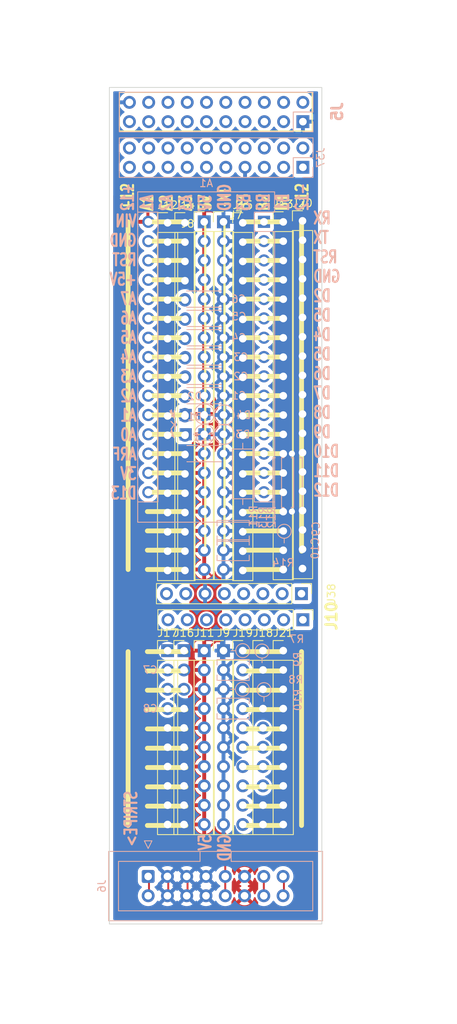
<source format=kicad_pcb>
(kicad_pcb (version 20211014) (generator pcbnew)
  (title_block (title "SYNTH-MIXER6-01") (date "2022-09-30") (rev "1") (company "LAND BOARDS, LLC"))
  (layers (0 "F.Cu" signal) (31 "B.Cu" signal) (34 "B.Paste" user) (35 "F.Paste" user) (36 "B.SilkS" user "B.Silkscreen") (37 "F.SilkS" user "F.Silkscreen") (38 "B.Mask" user) (39 "F.Mask" user) (44 "Edge.Cuts" user))
  (net 0 "")
  (net 2 "/POT6-2")
  (net 5 "/POT4-2")
  (net 7 "/POT2-1")
  (net 8 "/POT2-2")
  (net 9 "/POT2-3")
  (net 10 "/POT5-1")
  (net 11 "/POT5-2")
  (net 12 "/POT5-3")
  (net 14 "/POT3-2")
  (net 16 "+12V")
  (net 17 "+5V")
  (net 18 "/CV")
  (net 19 "/GATE")
  (net 20 "-12V")
  (net 22 "/POT1-2")
  (net 26 "/J4-T")
  (net 27 "/J2-T")
  (net 28 "/J3-T")
  (net 29 "GND")
  (net 31 "/J1-T")
  (net 35 "+5VD")
  (net 48 "/ANA6")
  (net 49 "/ANA7")
  (net 50 "/ANA0")
  (net 51 "/ANA1")
  (net 52 "/ANA2")
  (net 53 "/ANA3")
  (net 54 "/ANA4")
  (net 55 "/ANA5")
  (net 56 "Net-(C9-Pad1)")
  (net 57 "/D9")
  (net 58 "/D10")
  (net 204 "/J2-S_X")
  (net 205 "/J4-T_X")
  (net 206 "/J2-T_X")
  (net 207 "/J3-T_X")
  (net 208 "/J1-T_X")
  (net 209 "/LGND")
  (net 210 "/L5V")
  (net 211 "/AREF")
  (footprint "Connector_PinHeader_2.54mm:PinHeader_1x19_P2.54mm_Vertical" (layer "F.Cu") (at 123.952 26.543)
    (fp_text reference "J20")
    (fp_text value "Conn_01x19")
  )
  (footprint "Connector_PinHeader_2.54mm:PinHeader_1x10_P2.54mm_Vertical" (layer "F.Cu") (at 116.078 83.058)
    (fp_text reference "J19")
    (fp_text value "Conn_01x10")
  )
  (footprint "Connector_PinHeader_2.54mm:PinHeader_1x10_P2.54mm_Vertical" (layer "F.Cu") (at 110.998 83.058)
    (fp_text reference "J11")
    (fp_text value "Conn_01x10")
  )
  (footprint "Connector_PinHeader_2.54mm:PinHeader_1x10_P2.54mm_Vertical" (layer "F.Cu") (at 108.331 83.058)
    (fp_text reference "J16")
    (fp_text value "Conn_01x10")
  )
  (footprint "Connector_PinHeader_2.54mm:PinHeader_1x19_P2.54mm_Vertical" (layer "F.Cu") (at 106.172 26.797)
    (fp_text reference "J12")
    (fp_text value "Conn_01x19")
  )
  (footprint "Connector_PinHeader_2.54mm:PinHeader_1x19_P2.54mm_Vertical" (layer "F.Cu") (at 121.412 26.680008)
    (fp_text reference "J13")
    (fp_text value "Conn_01x19")
  )
  (footprint "Connector_PinHeader_2.54mm:PinHeader_1x19_P2.54mm_Vertical" (layer "F.Cu") (at 110.998 26.67)
    (fp_text reference "J8")
    (fp_text value "Conn_01x19")
  )
  (footprint "Connector_PinHeader_2.54mm:PinHeader_1x19_P2.54mm_Vertical" (layer "F.Cu") (at 108.458 26.797)
    (fp_text reference "J14")
    (fp_text value "Conn_01x19")
  )
  (footprint "Connector_PinHeader_2.54mm:PinHeader_1x08_P2.54mm_Vertical" (layer "F.Cu") (at 123.81 75.565 -90)
    (fp_text reference "J38")
    (fp_text value "PROTO01_JACKS")
  )
  (footprint "Connector_PinHeader_2.54mm:PinHeader_1x19_P2.54mm_Vertical" (layer "F.Cu") (at 113.538 26.67)
    (fp_text reference "J7")
    (fp_text value "Conn_01x19")
  )
  (footprint "Connector_PinHeader_2.54mm:PinHeader_1x10_P2.54mm_Vertical" (layer "F.Cu") (at 121.412 83.058)
    (fp_text reference "J21")
    (fp_text value "Conn_01x10")
  )
  (footprint "Connector_PinHeader_2.54mm:PinHeader_1x08_P2.54mm_Vertical" (layer "F.Cu") (at 124 79 -90)
    (fp_text reference "J10")
    (fp_text value "Conn_01x08")
  )
  (footprint "Connector_PinHeader_2.54mm:PinHeader_1x10_P2.54mm_Vertical" (layer "F.Cu") (at 113.538 83.058)
    (fp_text reference "J9")
    (fp_text value "Conn_01x10")
  )
  (footprint "Connector_PinHeader_2.54mm:PinHeader_1x19_P2.54mm_Vertical" (layer "F.Cu") (at 116.078 26.797)
    (fp_text reference "J15")
    (fp_text value "Conn_01x19")
  )
  (footprint "Connector_PinHeader_2.54mm:PinHeader_1x10_P2.54mm_Vertical" (layer "F.Cu") (at 118.745 83.058)
    (fp_text reference "J18")
    (fp_text value "Conn_01x10")
  )
  (footprint "Connector_PinHeader_2.54mm:PinHeader_1x10_P2.54mm_Vertical" (layer "F.Cu") (at 106.172 83.058)
    (fp_text reference "J17")
    (fp_text value "Conn_01x10")
  )
  (footprint "Capacitor_THT:C_Rect_L4.0mm_W2.5mm_P2.50mm" (layer "B.Cu") (at 116.05801 69.85 180)
    (fp_text reference "C10")
    (fp_text value "10nF")
  )
  (footprint "Resistor_THT:R_Axial_DIN0204_L3.6mm_D1.6mm_P2.54mm_Vertical" (layer "B.Cu") (at 116.078 83.058 180)
    (fp_text reference "R7")
    (fp_text value "100K")
  )
  (footprint "Connector_PinHeader_2.54mm:PinHeader_2x10_P2.54mm_Vertical" (layer "B.Cu") (at 124 19.5 90)
    (fp_text reference "J37")
    (fp_text value "PROTO01_POTS")
  )
  (footprint "Capacitor_THT:C_Rect_L4.0mm_W2.5mm_P2.50mm" (layer "B.Cu") (at 116.05801 85.598 180)
    (fp_text reference "C7")
    (fp_text value "0.1uF")
  )
  (footprint "Diode_THT:D_DO-35_SOD27_P2.54mm_Vertical_AnodeUp" (layer "B.Cu") (at 111.026686 54.61 180)
    (fp_text reference "D1")
    (fp_text value "BAT41")
  )
  (footprint "Module:Arduino_Nano" (layer "B.Cu") (at 118.872 26.67 180)
    (fp_text reference "A1")
    (fp_text value "Arduino_Nano_v3.x")
  )
  (footprint "Resistor_THT:R_Axial_DIN0207_L6.3mm_D2.5mm_P10.16mm_Horizontal" (layer "B.Cu") (at 116.078 54.737 -90)
    (fp_text reference "R11")
    (fp_text value "3.9K")
  )
  (footprint "Connector_PinHeader_2.54mm:PinHeader_2x10_P2.54mm_Vertical" (layer "B.Cu") (at 124.000006 13.500001 90)
    (fp_text reference "J5")
    (fp_text value "HEADER, 2X10")
  )
  (footprint "Resistor_THT:R_Axial_DIN0204_L3.6mm_D1.6mm_P2.54mm_Vertical" (layer "B.Cu") (at 118.872 88.188013 -90)
    (fp_text reference "R10")
    (fp_text value "10K")
  )
  (footprint "Diode_THT:D_DO-35_SOD27_P5.08mm_Vertical_KathodeUp" (layer "B.Cu") (at 108.556315 52.07)
    (fp_text reference "D4")
    (fp_text value "BAT41")
  )
  (footprint "Diode_THT:D_DO-35_SOD27_P5.08mm_Vertical_KathodeUp" (layer "B.Cu") (at 108.556315 54.61)
    (fp_text reference "D3")
    (fp_text value "BAT41")
  )
  (footprint "Connector_IDC:IDC-Header_2x08_P2.54mm_Vertical" (layer "B.Cu") (at 103.61 112.7475 -90)
    (fp_text reference "J6")
    (fp_text value "HEADER, 2X8")
  )
  (footprint "Resistor_THT:R_Axial_DIN0204_L3.6mm_D1.6mm_P2.54mm_Vertical" (layer "B.Cu") (at 116.028 88.138 180)
    (fp_text reference "R8")
    (fp_text value "100K")
  )
  (footprint "Capacitor_THT:C_Rect_L4.0mm_W2.5mm_P2.50mm" (layer "B.Cu") (at 116.058 67.31 180)
    (fp_text reference "C9")
    (fp_text value "4.7nF")
  )
  (footprint "Resistor_THT:R_Axial_DIN0204_L3.6mm_D1.6mm_P2.54mm_Vertical" (layer "B.Cu") (at 118.618 83.108 -90)
    (fp_text reference "R9")
    (fp_text value "10K")
  )
  (footprint "Capacitor_THT:C_Rect_L4.0mm_W2.5mm_P2.50mm" (layer "B.Cu") (at 116.05801 90.678 180)
    (fp_text reference "C8")
    (fp_text value "0.1uF")
  )
  (footprint "Capacitor_THT:C_Disc_D4.3mm_W1.9mm_P5.00mm" (layer "B.Cu") (at 108.498 44.45)
    (fp_text reference "C3")
    (fp_text value "0.1uF")
  )
  (footprint "Capacitor_THT:C_Disc_D4.3mm_W1.9mm_P5.00mm" (layer "B.Cu") (at 108.498 39.37)
    (fp_text reference "C5")
    (fp_text value "0.1uF")
  )
  (footprint "Resistor_THT:R_Axial_DIN0207_L6.3mm_D2.5mm_P7.62mm_Horizontal" (layer "B.Cu") (at 122.555 57.15 -90)
    (fp_text reference "R13")
    (fp_text value "1M")
  )
  (footprint "Capacitor_THT:C_Disc_D4.3mm_W1.9mm_P5.00mm" (layer "B.Cu") (at 108.498 41.91)
    (fp_text reference "C4")
    (fp_text value "0.1uF")
  )
  (footprint "Capacitor_THT:C_Disc_D4.3mm_W1.9mm_P5.00mm" (layer "B.Cu") (at 108.458 36.83)
    (fp_text reference "C6")
    (fp_text value "0.1uF")
  )
  (footprint "Capacitor_THT:C_Disc_D4.3mm_W1.9mm_P5.00mm" (layer "B.Cu") (at 108.498 49.53)
    (fp_text reference "C1")
    (fp_text value "0.1uF")
  )
  (footprint "Capacitor_THT:C_Disc_D4.3mm_W1.9mm_P5.00mm" (layer "B.Cu") (at 113.498 57.15 180)
    (fp_text reference "C11")
    (fp_text value "0.1uF")
  )
  (footprint "Resistor_THT:R_Axial_DIN0207_L6.3mm_D2.5mm_P7.62mm_Horizontal" (layer "B.Cu") (at 121.412 57.15 -90)
    (fp_text reference "R12")
    (fp_text value "1M")
  )
  (footprint "Capacitor_THT:C_Disc_D4.3mm_W1.9mm_P5.00mm" (layer "B.Cu") (at 108.498 46.99)
    (fp_text reference "C2")
    (fp_text value "0.1uF")
  )
  (footprint "Diode_THT:D_DO-35_SOD27_P2.54mm_Vertical_AnodeUp" (layer "B.Cu") (at 110.998 51.943 180)
    (fp_text reference "D2")
    (fp_text value "BAT41")
  )
  (footprint "Resistor_THT:R_Axial_DIN0204_L3.6mm_D1.6mm_P2.54mm_Vertical" (layer "B.Cu") (at 121.539 67.36 -90)
    (fp_text reference "R14")
    (fp_text value "3.9K")
  )
  (gr_line (start 103.505 72.39) (end 108.585 72.39) (layer "F.SilkS") (width 0.635))
  (gr_line (start 116.332 57.15) (end 121.412 57.15) (layer "F.SilkS") (width 0.635))
  (gr_line (start 103.505 54.61) (end 108.585 54.61) (layer "F.SilkS") (width 0.635))
  (gr_line (start 113.665 26.543) (end 113.665 69.85) (layer "F.SilkS") (width 0.3048))
  (gr_line (start 103.505 26.67) (end 108.585 26.67) (layer "F.SilkS") (width 0.635))
  (gr_line (start 116.205 26.67) (end 121.285 26.67) (layer "F.SilkS") (width 0.635))
  (gr_line (start 116.205 98.425) (end 121.285 98.425) (layer "F.SilkS") (width 0.635))
  (gr_line (start 116.205 72.39) (end 121.285 72.39) (layer "F.SilkS") (width 0.635))
  (gr_line (start 123.825 26.67) (end 123.825 69.977) (layer "F.SilkS") (width 0.635))
  (gr_line (start 103.505 100.965) (end 108.585 100.965) (layer "F.SilkS") (width 0.635))
  (gr_line (start 103.505 90.805) (end 108.585 90.805) (layer "F.SilkS") (width 0.635))
  (gr_line (start 116.332 52.07) (end 121.412 52.07) (layer "F.SilkS") (width 0.635))
  (gr_line (start 116.205 64.77) (end 121.285 64.77) (layer "F.SilkS") (width 0.635))
  (gr_line (start 103.505 57.15) (end 108.585 57.15) (layer "F.SilkS") (width 0.635))
  (gr_line (start 116.205 62.23) (end 121.285 62.23) (layer "F.SilkS") (width 0.635))
  (gr_line (start 116.332 41.91) (end 121.412 41.91) (layer "F.SilkS") (width 0.635))
  (gr_line (start 116.205 59.69) (end 121.285 59.69) (layer "F.SilkS") (width 0.635))
  (gr_line (start 103.505 34.29) (end 108.585 34.29) (layer "F.SilkS") (width 0.635))
  (gr_rect (start 99.822 9.652) (end 125.222 14.732) (layer "F.SilkS") (width 0.15) (fill none))
  (gr_line (start 103.505 93.345) (end 108.585 93.345) (layer "F.SilkS") (width 0.635))
  (gr_line (start 103.505 46.99) (end 108.585 46.99) (layer "F.SilkS") (width 0.635))
  (gr_line (start 116.332 39.37) (end 121.412 39.37) (layer "F.SilkS") (width 0.635))
  (gr_line (start 103.505 36.83) (end 108.585 36.83) (layer "F.SilkS") (width 0.635))
  (gr_line (start 103.505 95.885) (end 108.585 95.885) (layer "F.SilkS") (width 0.635))
  (gr_line (start 103.505 88.265) (end 108.585 88.265) (layer "F.SilkS") (width 0.635))
  (gr_line (start 116.205 31.75) (end 121.285 31.75) (layer "F.SilkS") (width 0.635))
  (gr_line (start 116.332 34.29) (end 121.412 34.29) (layer "F.SilkS") (width 0.635))
  (gr_line (start 116.205 29.21) (end 121.285 29.21) (layer "F.SilkS") (width 0.635))
  (gr_line (start 116.332 44.45) (end 121.412 44.45) (layer "F.SilkS") (width 0.635))
  (gr_line (start 116.205 67.31) (end 121.285 67.31) (layer "F.SilkS") (width 0.635))
  (gr_line (start 103.505 69.85) (end 108.585 69.85) (layer "F.SilkS") (width 0.635))
  (gr_line (start 103.505 106.045) (end 108.585 106.045) (layer "F.SilkS") (width 0.635))
  (gr_line (start 103.505 49.53) (end 108.585 49.53) (layer "F.SilkS") (width 0.635))
  (gr_line (start 103.505 83.185) (end 108.585 83.185) (layer "F.SilkS") (width 0.635))
  (gr_line (start 116.205 69.85) (end 121.285 69.85) (layer "F.SilkS") (width 0.635))
  (gr_line (start 116.332 46.99) (end 121.412 46.99) (layer "F.SilkS") (width 0.635))
  (gr_line (start 103.505 41.91) (end 108.585 41.91) (layer "F.SilkS") (width 0.635))
  (gr_line (start 116.205 85.725) (end 121.285 85.725) (layer "F.SilkS") (width 0.635))
  (gr_line (start 103.505 39.37) (end 108.585 39.37) (layer "F.SilkS") (width 0.635))
  (gr_line (start 116.205 100.965) (end 121.285 100.965) (layer "F.SilkS") (width 0.635))
  (gr_line (start 116.205 88.265) (end 121.285 88.265) (layer "F.SilkS") (width 0.635))
  (gr_line (start 116.205 93.345) (end 121.285 93.345) (layer "F.SilkS") (width 0.635))
  (gr_line (start 103.505 62.23) (end 108.585 62.23) (layer "F.SilkS") (width 0.635))
  (gr_line (start 103.505 64.77) (end 108.585 64.77) (layer "F.SilkS") (width 0.635))
  (gr_line (start 116.205 90.805) (end 121.285 90.805) (layer "F.SilkS") (width 0.635))
  (gr_line (start 103.505 52.07) (end 108.585 52.07) (layer "F.SilkS") (width 0.635))
  (gr_line (start 116.332 36.83) (end 121.412 36.83) (layer "F.SilkS") (width 0.635))
  (gr_line (start 103.505 29.21) (end 108.585 29.21) (layer "F.SilkS") (width 0.635))
  (gr_line (start 116.205 106.045) (end 121.285 106.045) (layer "F.SilkS") (width 0.635))
  (gr_line (start 123.825 83.185) (end 123.825 106.045) (layer "F.SilkS") (width 0.635))
  (gr_line (start 116.205 103.505) (end 121.285 103.505) (layer "F.SilkS") (width 0.635))
  (gr_line (start 103.505 31.75) (end 108.585 31.75) (layer "F.SilkS") (width 0.635))
  (gr_line (start 111.125 26.543) (end 111.125 69.85) (layer "F.SilkS") (width 0.3048))
  (gr_line (start 116.332 54.61) (end 121.412 54.61) (layer "F.SilkS") (width 0.635))
  (gr_line (start 103.505 59.69) (end 108.585 59.69) (layer "F.SilkS") (width 0.635))
  (gr_line (start 100.965 26.67) (end 100.97 72.39) (layer "F.SilkS") (width 0.635))
  (gr_line (start 100.965 83.185) (end 100.965 106.045) (layer "F.SilkS") (width 0.635))
  (gr_line (start 103.505 85.725) (end 108.585 85.725) (layer "F.SilkS") (width 0.635))
  (gr_line (start 116.332 49.53) (end 121.412 49.53) (layer "F.SilkS") (width 0.635))
  (gr_line (start 116.205 83.185) (end 121.285 83.185) (layer "F.SilkS") (width 0.635))
  (gr_line (start 103.505 44.45) (end 108.585 44.45) (layer "F.SilkS") (width 0.635))
  (gr_line (start 116.205 95.885) (end 121.285 95.885) (layer "F.SilkS") (width 0.635))
  (gr_line (start 103.505 103.505) (end 108.585 103.505) (layer "F.SilkS") (width 0.635))
  (gr_line (start 103.505 98.425) (end 108.585 98.425) (layer "F.SilkS") (width 0.635))
  (gr_line (start 103.505 67.31) (end 108.585 67.31) (layer "F.SilkS") (width 0.635))
  (gr_rect (start 98.5 9.000004) (end 126.5 119.000004) (layer "Edge.Cuts") (width 0.1) (fill none))
  (gr_text "STRIPE>" (at 101.346 108.966 90) (layer "B.SilkS") (effects (font (size 1.5875 1.143) (thickness 0.28575)) (justify right mirror)))
  (gr_text "+12\nA1\nA2\nA3\n5V\nGND\nB3\nB2\nB1\n-12" (at 112.395 25.4 90) (layer "B.SilkS") (effects (font (size 1.5875 1.143) (thickness 0.28575)) (justify right mirror)))
  (gr_text "VIN\nGND\nRST\n+5V\nA7\nA6\nA5\nA4\nA3\nA2\nA1\nA0\nARF\n3V\nD13" (at 102.232 44.45) (layer "B.SilkS") (effects (font (size 1.5875 1.143) (thickness 0.28575)) (justify left mirror)))
  (gr_text "RX\nTX\nRST\nGND\nD2\nD5\nD4\nD5\nD6\nD7\nD8\nD9\nD10\nD11\nD12" (at 125.222 44.069) (layer "B.SilkS") (effects (font (size 1.5875 1.143) (thickness 0.28575)) (justify right mirror)))
  (gr_text "5V\nGND" (at 112.395 107.061 90) (layer "B.SilkS") (effects (font (size 1.5875 1.143) (thickness 0.28575)) (justify left mirror)))
  (gr_text "+12\nA1\nA2\nA3\n5V\nGND\nB3\nB2\nB1\n-12" (at 112.395 25.4 90) (layer "F.SilkS") (effects (font (size 1.5875 1.143) (thickness 0.28575)) (justify left)))
  (segment (start 113.599989 109.000011) (end 113.6 109.000022) (width 1.27) (layer "F.Cu") (net 16))
  (segment (start 113.77 112.7475) (end 113.77 110.77) (width 0.254) (layer "F.Cu") (net 16))
  (segment (start 113.6 109.000022) (end 113.6 110.6) (width 1.27) (layer "F.Cu") (net 16))
  (segment (start 113.77 110.77) (end 113.6 110.6) (width 0.254) (layer "F.Cu") (net 16))
  (segment (start 101.999999 109.000011) (end 113.599989 109.000011) (width 1.27) (layer "F.Cu") (net 16))
  (segment (start 113.77 115.2875) (end 113.77 112.7475) (width 0.254) (layer "F.Cu") (net 16))
  (segment (start 112.474511 81.835489) (end 112.474511 73.734511) (width 0.25) (layer "F.Cu") (net 17))
  (segment (start 111.125 83.185) (end 112.474511 81.835489) (width 0.25) (layer "F.Cu") (net 17))
  (segment (start 112.474511 73.734511) (end 111.13 72.39) (width 0.25) (layer "F.Cu") (net 17))
  (segment (start 118.85 115.2875) (end 118.85 112.7475) (width 0.254) (layer "F.Cu") (net 18))
  (segment (start 121.5 113) (end 121.5 115.54) (width 0.25) (layer "F.Cu") (net 19))
  (segment (start 103.72 115.54) (end 103.72 113) (width 0.25) (layer "F.Cu") (net 20))
  (segment (start 108.8 115.54) (end 108.8 113) (width 0.25) (layer "F.Cu") (net 29))
  (segment (start 106.26 115.54) (end 106.26 113) (width 0.25) (layer "F.Cu") (net 29))
  (segment (start 103.51 39.37) (end 108.59 39.37) (width 0.254) (layer "F.Cu") (net 48))
  (segment (start 103.51 36.83) (end 108.59 36.83) (width 0.254) (layer "F.Cu") (net 49))
  (segment (start 103.51 54.61) (end 108.59 54.61) (width 0.254) (layer "F.Cu") (net 50))
  (segment (start 103.51 52.07) (end 108.59 52.07) (width 0.254) (layer "F.Cu") (net 51))
  (segment (start 103.51 49.53) (end 108.59 49.53) (width 0.254) (layer "F.Cu") (net 52))
  (segment (start 103.51 46.99) (end 108.59 46.99) (width 0.254) (layer "F.Cu") (net 53))
  (segment (start 103.505 44.45) (end 108.585 44.45) (width 0.254) (layer "F.Cu") (net 54))
  (segment (start 103.51 41.91) (end 108.59 41.91) (width 0.254) (layer "F.Cu") (net 55))
  (zone (net 16) (net_name "+12V") (layer "F.Cu") (connect_pads (clearance 0.508)) (min_thickness 0.254) (fill yes (thermal_gap 0.508) (thermal_bridge_width 0.508))
    (polygon (pts (xy 104.14 109.499) (xy 98.552 109.499) (xy 98.552 23.114) (xy 103.759 23.114)))
  )
  (zone (net 17) (net_name "+5V") (layer "F.Cu") (connect_pads (clearance 0.254)) (min_thickness 0.254) (fill yes (thermal_gap 0.4064) (thermal_bridge_width 0.508))
    (polygon (pts (xy 113.919 107.315) (xy 118.109 109.22) (xy 118.109 117.221) (xy 114.56718 117.333874) (xy 114.69418 109.459874) (xy 108.585 107.315) (xy 109.855 23.495) (xy 112.268 23.495)))
  )
  (zone (net 29) (net_name "GND") (layer "B.Cu") (connect_pads (clearance 0.508)) (min_thickness 0.254) (fill yes (thermal_gap 0.508) (thermal_bridge_width 0.508))
    (polygon (pts (xy 126.4 119.000004) (xy 98.4 119.000004) (xy 98.5 9) (xy 126.4 9.000004)))
  )
)
</source>
